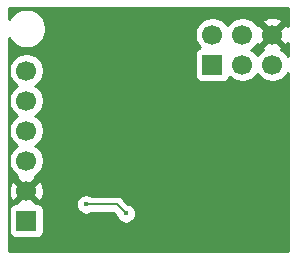
<source format=gbr>
%TF.GenerationSoftware,KiCad,Pcbnew,(5.1.8-0-10_14)*%
%TF.CreationDate,2020-12-07T18:30:00+01:00*%
%TF.ProjectId,cao,63616f2e-6b69-4636-9164-5f7063625858,rev?*%
%TF.SameCoordinates,Original*%
%TF.FileFunction,Copper,L2,Bot*%
%TF.FilePolarity,Positive*%
%FSLAX46Y46*%
G04 Gerber Fmt 4.6, Leading zero omitted, Abs format (unit mm)*
G04 Created by KiCad (PCBNEW (5.1.8-0-10_14)) date 2020-12-07 18:30:00*
%MOMM*%
%LPD*%
G01*
G04 APERTURE LIST*
%TA.AperFunction,ComponentPad*%
%ADD10C,1.700000*%
%TD*%
%TA.AperFunction,ComponentPad*%
%ADD11R,1.700000X1.700000*%
%TD*%
%TA.AperFunction,ViaPad*%
%ADD12C,0.450000*%
%TD*%
%TA.AperFunction,Conductor*%
%ADD13C,0.200000*%
%TD*%
%TA.AperFunction,Conductor*%
%ADD14C,0.254000*%
%TD*%
%TA.AperFunction,Conductor*%
%ADD15C,0.100000*%
%TD*%
G04 APERTURE END LIST*
D10*
%TO.P,J2,5*%
%TO.N,/RESET*%
X144018000Y-79502000D03*
%TO.P,J2,6*%
%TO.N,GND*%
X144018000Y-76962000D03*
%TO.P,J2,3*%
%TO.N,/SCK*%
X141478000Y-79502000D03*
%TO.P,J2,4*%
%TO.N,/LED_3*%
X141478000Y-76962000D03*
D11*
%TO.P,J2,1*%
%TO.N,/MISO*%
X138938000Y-79502000D03*
D10*
%TO.P,J2,2*%
%TO.N,+5V*%
X138938000Y-76962000D03*
%TD*%
%TO.P,J1,6*%
%TO.N,Net-(J1-Pad6)*%
X123190000Y-80010000D03*
%TO.P,J1,5*%
%TO.N,Net-(C3-Pad2)*%
X123190000Y-82550000D03*
%TO.P,J1,4*%
%TO.N,/MCU_RX*%
X123190000Y-85090000D03*
%TO.P,J1,3*%
%TO.N,/MCU_TX*%
X123190000Y-87630000D03*
%TO.P,J1,2*%
%TO.N,GND*%
X123190000Y-90170000D03*
D11*
%TO.P,J1,1*%
%TO.N,+5V*%
X123190000Y-92710000D03*
%TD*%
D12*
%TO.N,GND*%
X134490000Y-76240000D03*
X130660000Y-82110000D03*
X145060000Y-81310000D03*
X135560000Y-93710000D03*
%TO.N,/BUT_0*%
X128250000Y-91340000D03*
X131610000Y-92110000D03*
%TD*%
D13*
%TO.N,/BUT_0*%
X130840000Y-91340000D02*
X131610000Y-92110000D01*
X128250000Y-91340000D02*
X130840000Y-91340000D01*
%TD*%
D14*
%TO.N,GND*%
X145315000Y-76227378D02*
X145295472Y-76190843D01*
X145046397Y-76113208D01*
X144197605Y-76962000D01*
X145046397Y-77810792D01*
X145295472Y-77733157D01*
X145315000Y-77692202D01*
X145315000Y-78770169D01*
X145171475Y-78555368D01*
X144964632Y-78348525D01*
X144791271Y-78232689D01*
X144866792Y-77990397D01*
X144018000Y-77141605D01*
X143169208Y-77990397D01*
X143244729Y-78232689D01*
X143071368Y-78348525D01*
X142864525Y-78555368D01*
X142748000Y-78729760D01*
X142631475Y-78555368D01*
X142424632Y-78348525D01*
X142250240Y-78232000D01*
X142424632Y-78115475D01*
X142631475Y-77908632D01*
X142747311Y-77735271D01*
X142989603Y-77810792D01*
X143838395Y-76962000D01*
X142989603Y-76113208D01*
X142747311Y-76188729D01*
X142631475Y-76015368D01*
X142549710Y-75933603D01*
X143169208Y-75933603D01*
X144018000Y-76782395D01*
X144866792Y-75933603D01*
X144789157Y-75684528D01*
X144525117Y-75558629D01*
X144241589Y-75486661D01*
X143949469Y-75471389D01*
X143659981Y-75513401D01*
X143384253Y-75611081D01*
X143246843Y-75684528D01*
X143169208Y-75933603D01*
X142549710Y-75933603D01*
X142424632Y-75808525D01*
X142181411Y-75646010D01*
X141911158Y-75534068D01*
X141624260Y-75477000D01*
X141331740Y-75477000D01*
X141044842Y-75534068D01*
X140774589Y-75646010D01*
X140531368Y-75808525D01*
X140324525Y-76015368D01*
X140208000Y-76189760D01*
X140091475Y-76015368D01*
X139884632Y-75808525D01*
X139641411Y-75646010D01*
X139371158Y-75534068D01*
X139084260Y-75477000D01*
X138791740Y-75477000D01*
X138504842Y-75534068D01*
X138234589Y-75646010D01*
X137991368Y-75808525D01*
X137784525Y-76015368D01*
X137622010Y-76258589D01*
X137510068Y-76528842D01*
X137453000Y-76815740D01*
X137453000Y-77108260D01*
X137510068Y-77395158D01*
X137622010Y-77665411D01*
X137784525Y-77908632D01*
X137916380Y-78040487D01*
X137843820Y-78062498D01*
X137733506Y-78121463D01*
X137636815Y-78200815D01*
X137557463Y-78297506D01*
X137498498Y-78407820D01*
X137462188Y-78527518D01*
X137449928Y-78652000D01*
X137449928Y-80352000D01*
X137462188Y-80476482D01*
X137498498Y-80596180D01*
X137557463Y-80706494D01*
X137636815Y-80803185D01*
X137733506Y-80882537D01*
X137843820Y-80941502D01*
X137963518Y-80977812D01*
X138088000Y-80990072D01*
X139788000Y-80990072D01*
X139912482Y-80977812D01*
X140032180Y-80941502D01*
X140142494Y-80882537D01*
X140239185Y-80803185D01*
X140318537Y-80706494D01*
X140377502Y-80596180D01*
X140399513Y-80523620D01*
X140531368Y-80655475D01*
X140774589Y-80817990D01*
X141044842Y-80929932D01*
X141331740Y-80987000D01*
X141624260Y-80987000D01*
X141911158Y-80929932D01*
X142181411Y-80817990D01*
X142424632Y-80655475D01*
X142631475Y-80448632D01*
X142748000Y-80274240D01*
X142864525Y-80448632D01*
X143071368Y-80655475D01*
X143314589Y-80817990D01*
X143584842Y-80929932D01*
X143871740Y-80987000D01*
X144164260Y-80987000D01*
X144451158Y-80929932D01*
X144721411Y-80817990D01*
X144964632Y-80655475D01*
X145171475Y-80448632D01*
X145315000Y-80233831D01*
X145315001Y-95315000D01*
X121685000Y-95315000D01*
X121685000Y-91860000D01*
X121701928Y-91860000D01*
X121701928Y-93560000D01*
X121714188Y-93684482D01*
X121750498Y-93804180D01*
X121809463Y-93914494D01*
X121888815Y-94011185D01*
X121985506Y-94090537D01*
X122095820Y-94149502D01*
X122215518Y-94185812D01*
X122340000Y-94198072D01*
X124040000Y-94198072D01*
X124164482Y-94185812D01*
X124284180Y-94149502D01*
X124394494Y-94090537D01*
X124491185Y-94011185D01*
X124570537Y-93914494D01*
X124629502Y-93804180D01*
X124665812Y-93684482D01*
X124678072Y-93560000D01*
X124678072Y-91860000D01*
X124665812Y-91735518D01*
X124629502Y-91615820D01*
X124570537Y-91505506D01*
X124491185Y-91408815D01*
X124394494Y-91329463D01*
X124284180Y-91270498D01*
X124234070Y-91255297D01*
X127390000Y-91255297D01*
X127390000Y-91424703D01*
X127423049Y-91590853D01*
X127487878Y-91747363D01*
X127581995Y-91888218D01*
X127701782Y-92008005D01*
X127842637Y-92102122D01*
X127999147Y-92166951D01*
X128165297Y-92200000D01*
X128334703Y-92200000D01*
X128500853Y-92166951D01*
X128657363Y-92102122D01*
X128697954Y-92075000D01*
X130535554Y-92075000D01*
X130773525Y-92312971D01*
X130783049Y-92360853D01*
X130847878Y-92517363D01*
X130941995Y-92658218D01*
X131061782Y-92778005D01*
X131202637Y-92872122D01*
X131359147Y-92936951D01*
X131525297Y-92970000D01*
X131694703Y-92970000D01*
X131860853Y-92936951D01*
X132017363Y-92872122D01*
X132158218Y-92778005D01*
X132278005Y-92658218D01*
X132372122Y-92517363D01*
X132436951Y-92360853D01*
X132470000Y-92194703D01*
X132470000Y-92025297D01*
X132436951Y-91859147D01*
X132372122Y-91702637D01*
X132278005Y-91561782D01*
X132158218Y-91441995D01*
X132017363Y-91347878D01*
X131860853Y-91283049D01*
X131812971Y-91273525D01*
X131385258Y-90845812D01*
X131362238Y-90817762D01*
X131250320Y-90725913D01*
X131122633Y-90657663D01*
X130984085Y-90615635D01*
X130876105Y-90605000D01*
X130840000Y-90601444D01*
X130803895Y-90605000D01*
X128697954Y-90605000D01*
X128657363Y-90577878D01*
X128500853Y-90513049D01*
X128334703Y-90480000D01*
X128165297Y-90480000D01*
X127999147Y-90513049D01*
X127842637Y-90577878D01*
X127701782Y-90671995D01*
X127581995Y-90791782D01*
X127487878Y-90932637D01*
X127423049Y-91089147D01*
X127390000Y-91255297D01*
X124234070Y-91255297D01*
X124164482Y-91234188D01*
X124040000Y-91221928D01*
X124031458Y-91221928D01*
X124038792Y-91198397D01*
X123190000Y-90349605D01*
X122341208Y-91198397D01*
X122348542Y-91221928D01*
X122340000Y-91221928D01*
X122215518Y-91234188D01*
X122095820Y-91270498D01*
X121985506Y-91329463D01*
X121888815Y-91408815D01*
X121809463Y-91505506D01*
X121750498Y-91615820D01*
X121714188Y-91735518D01*
X121701928Y-91860000D01*
X121685000Y-91860000D01*
X121685000Y-90238531D01*
X121699389Y-90238531D01*
X121741401Y-90528019D01*
X121839081Y-90803747D01*
X121912528Y-90941157D01*
X122161603Y-91018792D01*
X123010395Y-90170000D01*
X123369605Y-90170000D01*
X124218397Y-91018792D01*
X124467472Y-90941157D01*
X124593371Y-90677117D01*
X124665339Y-90393589D01*
X124680611Y-90101469D01*
X124638599Y-89811981D01*
X124540919Y-89536253D01*
X124467472Y-89398843D01*
X124218397Y-89321208D01*
X123369605Y-90170000D01*
X123010395Y-90170000D01*
X122161603Y-89321208D01*
X121912528Y-89398843D01*
X121786629Y-89662883D01*
X121714661Y-89946411D01*
X121699389Y-90238531D01*
X121685000Y-90238531D01*
X121685000Y-79863740D01*
X121705000Y-79863740D01*
X121705000Y-80156260D01*
X121762068Y-80443158D01*
X121874010Y-80713411D01*
X122036525Y-80956632D01*
X122243368Y-81163475D01*
X122417760Y-81280000D01*
X122243368Y-81396525D01*
X122036525Y-81603368D01*
X121874010Y-81846589D01*
X121762068Y-82116842D01*
X121705000Y-82403740D01*
X121705000Y-82696260D01*
X121762068Y-82983158D01*
X121874010Y-83253411D01*
X122036525Y-83496632D01*
X122243368Y-83703475D01*
X122417760Y-83820000D01*
X122243368Y-83936525D01*
X122036525Y-84143368D01*
X121874010Y-84386589D01*
X121762068Y-84656842D01*
X121705000Y-84943740D01*
X121705000Y-85236260D01*
X121762068Y-85523158D01*
X121874010Y-85793411D01*
X122036525Y-86036632D01*
X122243368Y-86243475D01*
X122417760Y-86360000D01*
X122243368Y-86476525D01*
X122036525Y-86683368D01*
X121874010Y-86926589D01*
X121762068Y-87196842D01*
X121705000Y-87483740D01*
X121705000Y-87776260D01*
X121762068Y-88063158D01*
X121874010Y-88333411D01*
X122036525Y-88576632D01*
X122243368Y-88783475D01*
X122416729Y-88899311D01*
X122341208Y-89141603D01*
X123190000Y-89990395D01*
X124038792Y-89141603D01*
X123963271Y-88899311D01*
X124136632Y-88783475D01*
X124343475Y-88576632D01*
X124505990Y-88333411D01*
X124617932Y-88063158D01*
X124675000Y-87776260D01*
X124675000Y-87483740D01*
X124617932Y-87196842D01*
X124505990Y-86926589D01*
X124343475Y-86683368D01*
X124136632Y-86476525D01*
X123962240Y-86360000D01*
X124136632Y-86243475D01*
X124343475Y-86036632D01*
X124505990Y-85793411D01*
X124617932Y-85523158D01*
X124675000Y-85236260D01*
X124675000Y-84943740D01*
X124617932Y-84656842D01*
X124505990Y-84386589D01*
X124343475Y-84143368D01*
X124136632Y-83936525D01*
X123962240Y-83820000D01*
X124136632Y-83703475D01*
X124343475Y-83496632D01*
X124505990Y-83253411D01*
X124617932Y-82983158D01*
X124675000Y-82696260D01*
X124675000Y-82403740D01*
X124617932Y-82116842D01*
X124505990Y-81846589D01*
X124343475Y-81603368D01*
X124136632Y-81396525D01*
X123962240Y-81280000D01*
X124136632Y-81163475D01*
X124343475Y-80956632D01*
X124505990Y-80713411D01*
X124617932Y-80443158D01*
X124675000Y-80156260D01*
X124675000Y-79863740D01*
X124617932Y-79576842D01*
X124505990Y-79306589D01*
X124343475Y-79063368D01*
X124136632Y-78856525D01*
X123893411Y-78694010D01*
X123623158Y-78582068D01*
X123336260Y-78525000D01*
X123043740Y-78525000D01*
X122756842Y-78582068D01*
X122486589Y-78694010D01*
X122243368Y-78856525D01*
X122036525Y-79063368D01*
X121874010Y-79306589D01*
X121762068Y-79576842D01*
X121705000Y-79863740D01*
X121685000Y-79863740D01*
X121685000Y-77223727D01*
X121696772Y-77252147D01*
X121881175Y-77528125D01*
X122115875Y-77762825D01*
X122391853Y-77947228D01*
X122698504Y-78074246D01*
X123024042Y-78139000D01*
X123355958Y-78139000D01*
X123681496Y-78074246D01*
X123988147Y-77947228D01*
X124264125Y-77762825D01*
X124498825Y-77528125D01*
X124683228Y-77252147D01*
X124810246Y-76945496D01*
X124875000Y-76619958D01*
X124875000Y-76288042D01*
X124810246Y-75962504D01*
X124683228Y-75655853D01*
X124498825Y-75379875D01*
X124264125Y-75145175D01*
X123988147Y-74960772D01*
X123681496Y-74833754D01*
X123355958Y-74769000D01*
X123024042Y-74769000D01*
X122698504Y-74833754D01*
X122391853Y-74960772D01*
X122115875Y-75145175D01*
X121881175Y-75379875D01*
X121696772Y-75655853D01*
X121685000Y-75684273D01*
X121685000Y-74685000D01*
X145315000Y-74685000D01*
X145315000Y-76227378D01*
%TA.AperFunction,Conductor*%
D15*
G36*
X145315000Y-76227378D02*
G01*
X145295472Y-76190843D01*
X145046397Y-76113208D01*
X144197605Y-76962000D01*
X145046397Y-77810792D01*
X145295472Y-77733157D01*
X145315000Y-77692202D01*
X145315000Y-78770169D01*
X145171475Y-78555368D01*
X144964632Y-78348525D01*
X144791271Y-78232689D01*
X144866792Y-77990397D01*
X144018000Y-77141605D01*
X143169208Y-77990397D01*
X143244729Y-78232689D01*
X143071368Y-78348525D01*
X142864525Y-78555368D01*
X142748000Y-78729760D01*
X142631475Y-78555368D01*
X142424632Y-78348525D01*
X142250240Y-78232000D01*
X142424632Y-78115475D01*
X142631475Y-77908632D01*
X142747311Y-77735271D01*
X142989603Y-77810792D01*
X143838395Y-76962000D01*
X142989603Y-76113208D01*
X142747311Y-76188729D01*
X142631475Y-76015368D01*
X142549710Y-75933603D01*
X143169208Y-75933603D01*
X144018000Y-76782395D01*
X144866792Y-75933603D01*
X144789157Y-75684528D01*
X144525117Y-75558629D01*
X144241589Y-75486661D01*
X143949469Y-75471389D01*
X143659981Y-75513401D01*
X143384253Y-75611081D01*
X143246843Y-75684528D01*
X143169208Y-75933603D01*
X142549710Y-75933603D01*
X142424632Y-75808525D01*
X142181411Y-75646010D01*
X141911158Y-75534068D01*
X141624260Y-75477000D01*
X141331740Y-75477000D01*
X141044842Y-75534068D01*
X140774589Y-75646010D01*
X140531368Y-75808525D01*
X140324525Y-76015368D01*
X140208000Y-76189760D01*
X140091475Y-76015368D01*
X139884632Y-75808525D01*
X139641411Y-75646010D01*
X139371158Y-75534068D01*
X139084260Y-75477000D01*
X138791740Y-75477000D01*
X138504842Y-75534068D01*
X138234589Y-75646010D01*
X137991368Y-75808525D01*
X137784525Y-76015368D01*
X137622010Y-76258589D01*
X137510068Y-76528842D01*
X137453000Y-76815740D01*
X137453000Y-77108260D01*
X137510068Y-77395158D01*
X137622010Y-77665411D01*
X137784525Y-77908632D01*
X137916380Y-78040487D01*
X137843820Y-78062498D01*
X137733506Y-78121463D01*
X137636815Y-78200815D01*
X137557463Y-78297506D01*
X137498498Y-78407820D01*
X137462188Y-78527518D01*
X137449928Y-78652000D01*
X137449928Y-80352000D01*
X137462188Y-80476482D01*
X137498498Y-80596180D01*
X137557463Y-80706494D01*
X137636815Y-80803185D01*
X137733506Y-80882537D01*
X137843820Y-80941502D01*
X137963518Y-80977812D01*
X138088000Y-80990072D01*
X139788000Y-80990072D01*
X139912482Y-80977812D01*
X140032180Y-80941502D01*
X140142494Y-80882537D01*
X140239185Y-80803185D01*
X140318537Y-80706494D01*
X140377502Y-80596180D01*
X140399513Y-80523620D01*
X140531368Y-80655475D01*
X140774589Y-80817990D01*
X141044842Y-80929932D01*
X141331740Y-80987000D01*
X141624260Y-80987000D01*
X141911158Y-80929932D01*
X142181411Y-80817990D01*
X142424632Y-80655475D01*
X142631475Y-80448632D01*
X142748000Y-80274240D01*
X142864525Y-80448632D01*
X143071368Y-80655475D01*
X143314589Y-80817990D01*
X143584842Y-80929932D01*
X143871740Y-80987000D01*
X144164260Y-80987000D01*
X144451158Y-80929932D01*
X144721411Y-80817990D01*
X144964632Y-80655475D01*
X145171475Y-80448632D01*
X145315000Y-80233831D01*
X145315001Y-95315000D01*
X121685000Y-95315000D01*
X121685000Y-91860000D01*
X121701928Y-91860000D01*
X121701928Y-93560000D01*
X121714188Y-93684482D01*
X121750498Y-93804180D01*
X121809463Y-93914494D01*
X121888815Y-94011185D01*
X121985506Y-94090537D01*
X122095820Y-94149502D01*
X122215518Y-94185812D01*
X122340000Y-94198072D01*
X124040000Y-94198072D01*
X124164482Y-94185812D01*
X124284180Y-94149502D01*
X124394494Y-94090537D01*
X124491185Y-94011185D01*
X124570537Y-93914494D01*
X124629502Y-93804180D01*
X124665812Y-93684482D01*
X124678072Y-93560000D01*
X124678072Y-91860000D01*
X124665812Y-91735518D01*
X124629502Y-91615820D01*
X124570537Y-91505506D01*
X124491185Y-91408815D01*
X124394494Y-91329463D01*
X124284180Y-91270498D01*
X124234070Y-91255297D01*
X127390000Y-91255297D01*
X127390000Y-91424703D01*
X127423049Y-91590853D01*
X127487878Y-91747363D01*
X127581995Y-91888218D01*
X127701782Y-92008005D01*
X127842637Y-92102122D01*
X127999147Y-92166951D01*
X128165297Y-92200000D01*
X128334703Y-92200000D01*
X128500853Y-92166951D01*
X128657363Y-92102122D01*
X128697954Y-92075000D01*
X130535554Y-92075000D01*
X130773525Y-92312971D01*
X130783049Y-92360853D01*
X130847878Y-92517363D01*
X130941995Y-92658218D01*
X131061782Y-92778005D01*
X131202637Y-92872122D01*
X131359147Y-92936951D01*
X131525297Y-92970000D01*
X131694703Y-92970000D01*
X131860853Y-92936951D01*
X132017363Y-92872122D01*
X132158218Y-92778005D01*
X132278005Y-92658218D01*
X132372122Y-92517363D01*
X132436951Y-92360853D01*
X132470000Y-92194703D01*
X132470000Y-92025297D01*
X132436951Y-91859147D01*
X132372122Y-91702637D01*
X132278005Y-91561782D01*
X132158218Y-91441995D01*
X132017363Y-91347878D01*
X131860853Y-91283049D01*
X131812971Y-91273525D01*
X131385258Y-90845812D01*
X131362238Y-90817762D01*
X131250320Y-90725913D01*
X131122633Y-90657663D01*
X130984085Y-90615635D01*
X130876105Y-90605000D01*
X130840000Y-90601444D01*
X130803895Y-90605000D01*
X128697954Y-90605000D01*
X128657363Y-90577878D01*
X128500853Y-90513049D01*
X128334703Y-90480000D01*
X128165297Y-90480000D01*
X127999147Y-90513049D01*
X127842637Y-90577878D01*
X127701782Y-90671995D01*
X127581995Y-90791782D01*
X127487878Y-90932637D01*
X127423049Y-91089147D01*
X127390000Y-91255297D01*
X124234070Y-91255297D01*
X124164482Y-91234188D01*
X124040000Y-91221928D01*
X124031458Y-91221928D01*
X124038792Y-91198397D01*
X123190000Y-90349605D01*
X122341208Y-91198397D01*
X122348542Y-91221928D01*
X122340000Y-91221928D01*
X122215518Y-91234188D01*
X122095820Y-91270498D01*
X121985506Y-91329463D01*
X121888815Y-91408815D01*
X121809463Y-91505506D01*
X121750498Y-91615820D01*
X121714188Y-91735518D01*
X121701928Y-91860000D01*
X121685000Y-91860000D01*
X121685000Y-90238531D01*
X121699389Y-90238531D01*
X121741401Y-90528019D01*
X121839081Y-90803747D01*
X121912528Y-90941157D01*
X122161603Y-91018792D01*
X123010395Y-90170000D01*
X123369605Y-90170000D01*
X124218397Y-91018792D01*
X124467472Y-90941157D01*
X124593371Y-90677117D01*
X124665339Y-90393589D01*
X124680611Y-90101469D01*
X124638599Y-89811981D01*
X124540919Y-89536253D01*
X124467472Y-89398843D01*
X124218397Y-89321208D01*
X123369605Y-90170000D01*
X123010395Y-90170000D01*
X122161603Y-89321208D01*
X121912528Y-89398843D01*
X121786629Y-89662883D01*
X121714661Y-89946411D01*
X121699389Y-90238531D01*
X121685000Y-90238531D01*
X121685000Y-79863740D01*
X121705000Y-79863740D01*
X121705000Y-80156260D01*
X121762068Y-80443158D01*
X121874010Y-80713411D01*
X122036525Y-80956632D01*
X122243368Y-81163475D01*
X122417760Y-81280000D01*
X122243368Y-81396525D01*
X122036525Y-81603368D01*
X121874010Y-81846589D01*
X121762068Y-82116842D01*
X121705000Y-82403740D01*
X121705000Y-82696260D01*
X121762068Y-82983158D01*
X121874010Y-83253411D01*
X122036525Y-83496632D01*
X122243368Y-83703475D01*
X122417760Y-83820000D01*
X122243368Y-83936525D01*
X122036525Y-84143368D01*
X121874010Y-84386589D01*
X121762068Y-84656842D01*
X121705000Y-84943740D01*
X121705000Y-85236260D01*
X121762068Y-85523158D01*
X121874010Y-85793411D01*
X122036525Y-86036632D01*
X122243368Y-86243475D01*
X122417760Y-86360000D01*
X122243368Y-86476525D01*
X122036525Y-86683368D01*
X121874010Y-86926589D01*
X121762068Y-87196842D01*
X121705000Y-87483740D01*
X121705000Y-87776260D01*
X121762068Y-88063158D01*
X121874010Y-88333411D01*
X122036525Y-88576632D01*
X122243368Y-88783475D01*
X122416729Y-88899311D01*
X122341208Y-89141603D01*
X123190000Y-89990395D01*
X124038792Y-89141603D01*
X123963271Y-88899311D01*
X124136632Y-88783475D01*
X124343475Y-88576632D01*
X124505990Y-88333411D01*
X124617932Y-88063158D01*
X124675000Y-87776260D01*
X124675000Y-87483740D01*
X124617932Y-87196842D01*
X124505990Y-86926589D01*
X124343475Y-86683368D01*
X124136632Y-86476525D01*
X123962240Y-86360000D01*
X124136632Y-86243475D01*
X124343475Y-86036632D01*
X124505990Y-85793411D01*
X124617932Y-85523158D01*
X124675000Y-85236260D01*
X124675000Y-84943740D01*
X124617932Y-84656842D01*
X124505990Y-84386589D01*
X124343475Y-84143368D01*
X124136632Y-83936525D01*
X123962240Y-83820000D01*
X124136632Y-83703475D01*
X124343475Y-83496632D01*
X124505990Y-83253411D01*
X124617932Y-82983158D01*
X124675000Y-82696260D01*
X124675000Y-82403740D01*
X124617932Y-82116842D01*
X124505990Y-81846589D01*
X124343475Y-81603368D01*
X124136632Y-81396525D01*
X123962240Y-81280000D01*
X124136632Y-81163475D01*
X124343475Y-80956632D01*
X124505990Y-80713411D01*
X124617932Y-80443158D01*
X124675000Y-80156260D01*
X124675000Y-79863740D01*
X124617932Y-79576842D01*
X124505990Y-79306589D01*
X124343475Y-79063368D01*
X124136632Y-78856525D01*
X123893411Y-78694010D01*
X123623158Y-78582068D01*
X123336260Y-78525000D01*
X123043740Y-78525000D01*
X122756842Y-78582068D01*
X122486589Y-78694010D01*
X122243368Y-78856525D01*
X122036525Y-79063368D01*
X121874010Y-79306589D01*
X121762068Y-79576842D01*
X121705000Y-79863740D01*
X121685000Y-79863740D01*
X121685000Y-77223727D01*
X121696772Y-77252147D01*
X121881175Y-77528125D01*
X122115875Y-77762825D01*
X122391853Y-77947228D01*
X122698504Y-78074246D01*
X123024042Y-78139000D01*
X123355958Y-78139000D01*
X123681496Y-78074246D01*
X123988147Y-77947228D01*
X124264125Y-77762825D01*
X124498825Y-77528125D01*
X124683228Y-77252147D01*
X124810246Y-76945496D01*
X124875000Y-76619958D01*
X124875000Y-76288042D01*
X124810246Y-75962504D01*
X124683228Y-75655853D01*
X124498825Y-75379875D01*
X124264125Y-75145175D01*
X123988147Y-74960772D01*
X123681496Y-74833754D01*
X123355958Y-74769000D01*
X123024042Y-74769000D01*
X122698504Y-74833754D01*
X122391853Y-74960772D01*
X122115875Y-75145175D01*
X121881175Y-75379875D01*
X121696772Y-75655853D01*
X121685000Y-75684273D01*
X121685000Y-74685000D01*
X145315000Y-74685000D01*
X145315000Y-76227378D01*
G37*
%TD.AperFunction*%
%TD*%
M02*

</source>
